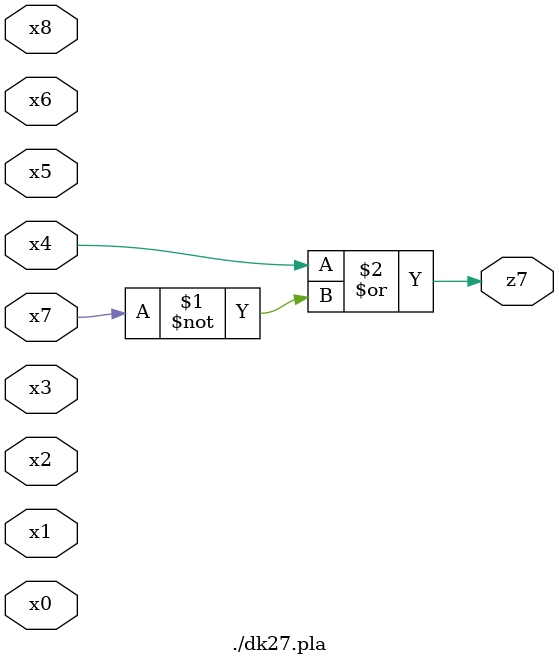
<source format=v>

module \./dk27.pla  ( 
    x0, x1, x2, x3, x4, x5, x6, x7, x8,
    z7  );
  input  x0, x1, x2, x3, x4, x5, x6, x7, x8;
  output z7;
  assign z7 = x4 | ~x7;
endmodule



</source>
